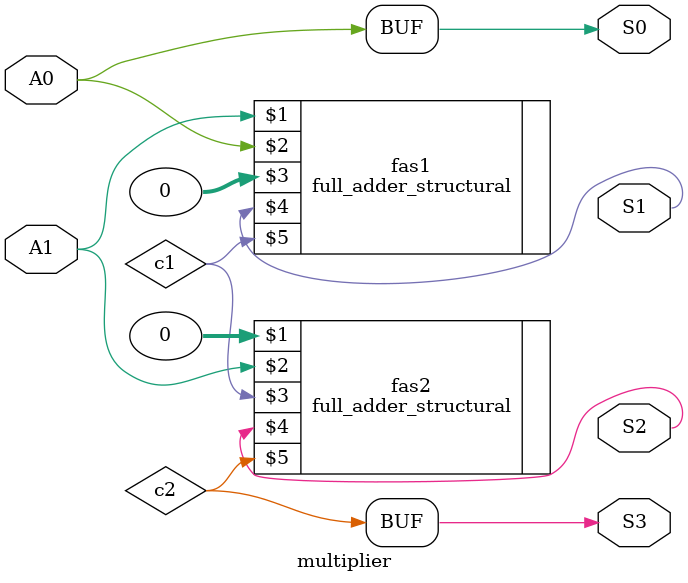
<source format=sv>
`timescale 1ns / 1ps
module multiplier(
    input logic A0, A1, 
    output logic S0, S1, S2, S3
    );
    wire c1, c2;
    assign S0 = A0;
    full_adder_structural fas1(A1, A0, 0, S1, c1);
    full_adder_structural fas2(0, A1, c1, S2, c2);
    assign S3 = c2;    
endmodule
</source>
